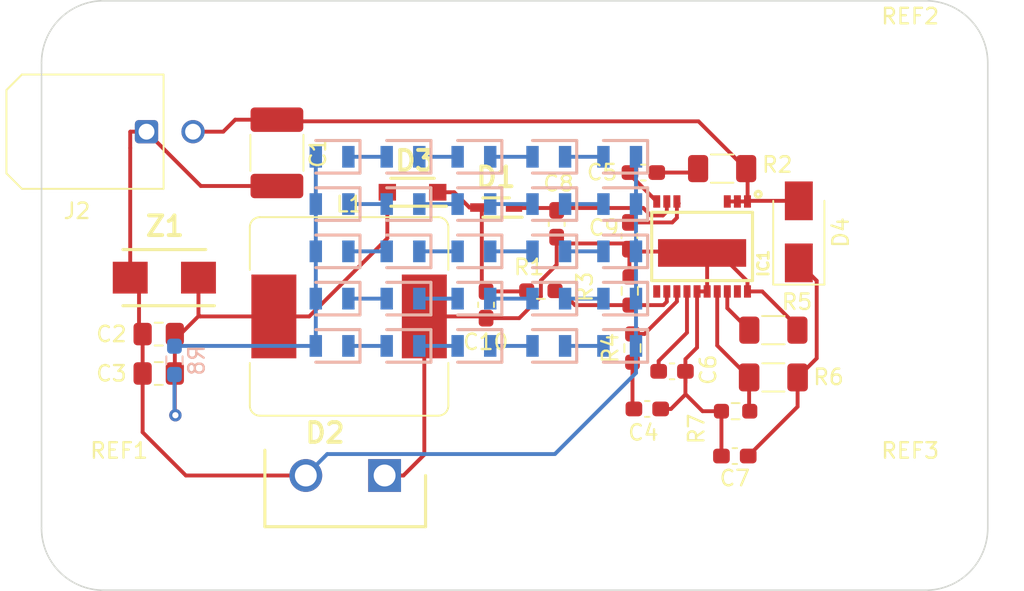
<source format=kicad_pcb>
(kicad_pcb (version 20211014) (generator pcbnew)
  (layers (0 "F.Cu" power) (31 "B.Cu" power) (34 "B.Paste" user) (35 "F.Paste" user) (36 "B.SilkS" user "B.Silkscreen") (37 "F.SilkS" user "F.Silkscreen") (38 "B.Mask" user) (39 "F.Mask" user) (44 "Edge.Cuts" user))
  (net 0 "")
  (net 3 "Net-(C4-Pad1)")
  (net 4 "+12V")
  (net 5 "Net-(C5-Pad1)")
  (net 6 "Net-(C5-Pad2)")
  (net 7 "Net-(IC1-Pad13)")
  (net 8 "Net-(C6-Pad1)")
  (net 9 "Net-(IC1-Pad18)")
  (net 10 "GND")
  (net 11 "Net-(C10-Pad1)")
  (net 12 "Net-(C9-Pad1)")
  (net 13 "HV1")
  (net 14 "HV2")
  (net 15 "HV3")
  (net 16 "ICGND")
  (net 17 "Net-(D5-Pad1)")
  (net 18 "Net-(C7-Pad1)")
  (net 19 "Net-(D6-Pad1)")
  (net 20 "Net-(D7-Pad1)")
  (net 21 "Net-(D8-Pad1)")
  (net 22 "Net-(D10-Pad1)")
  (net 23 "Net-(D11-Pad1)")
  (net 24 "Net-(D12-Pad1)")
  (net 25 "Net-(D13-Pad1)")
  (net 26 "Net-(D15-Pad1)")
  (net 27 "Net-(D16-Pad1)")
  (net 28 "Net-(D17-Pad1)")
  (net 29 "Net-(D18-Pad1)")
  (net 30 "Net-(D20-Pad1)")
  (net 31 "Net-(D21-Pad1)")
  (net 32 "Net-(D22-Pad1)")
  (net 33 "Net-(D23-Pad1)")
  (net 34 "Net-(D25-Pad1)")
  (net 35 "Net-(D26-Pad1)")
  (net 36 "Net-(D27-Pad1)")
  (net 37 "Net-(D28-Pad1)")
  (net 38 "Net-(D10-Pad2)")
  (net 39 "Net-(IC1-Pad17)")
  (footprint "Capacitor_SMD:C_0603_1608Metric_Pad1.08x0.95mm_HandSolder" (layer "F.Cu") (at 161.798 84.074 180)
    (fp_text reference "C5" (at 2.65752 0.013555 180) (layer "F.SilkS"))
    (fp_text value "10E-12")
    (fp_line (start -0.146267 -0.51) (end 0.146267 -0.51) (layer "F.SilkS") (width 0.12))
    (fp_line (start -0.146267 0.51) (end 0.146267 0.51) (layer "F.SilkS") (width 0.12))
    (pad "1" smd roundrect locked (at -0.8625 0 180) (size 1.075 0.95) (layers "F.Cu" "F.Paste" "F.Mask") (net 5 "Net-(C5-Pad1)"))
    (pad "2" smd roundrect locked (at 0.8625 0 180) (size 1.075 0.95) (layers "F.Cu" "F.Paste" "F.Mask") (net 6 "Net-(C5-Pad2)"))
  )
  (footprint "Diode_SMD:D_SMA" (layer "F.Cu") (at 171.82152 87.897555 90)
    (fp_text reference "D4" (at -0.04 2.7 90) (layer "F.SilkS"))
    (fp_text value "US1K")
    (fp_line (start -3.4 -1.65) (end 2 -1.65) (layer "F.SilkS") (width 0.12))
    (fp_line (start -3.4 -1.65) (end -3.4 1.65) (layer "F.SilkS") (width 0.12))
    (fp_line (start -3.4 1.65) (end 2 1.65) (layer "F.SilkS") (width 0.12))
    (pad "1" smd rect locked (at -2 0 90) (size 2.5 1.8) (layers "F.Cu" "F.Paste" "F.Mask") (net 18 "Net-(C7-Pad1)"))
    (pad "2" smd rect locked (at 2 0 90) (size 2.5 1.8) (layers "F.Cu" "F.Paste" "F.Mask") (net 13 "HV1"))
  )
  (footprint "Resistor_SMD:R_0603_1608Metric_Pad0.98x0.95mm_HandSolder" (layer "F.Cu") (at 155.194 91.694)
    (fp_text reference "R1" (at -0.762 -1.524) (layer "F.SilkS"))
    (fp_text value "11E3")
    (fp_line (start -0.254724 -0.5225) (end 0.254724 -0.5225) (layer "F.SilkS") (width 0.12))
    (fp_line (start -0.254724 0.5225) (end 0.254724 0.5225) (layer "F.SilkS") (width 0.12))
    (pad "1" smd roundrect locked (at -0.9125 0) (size 0.975 0.95) (layers "F.Cu" "F.Paste" "F.Mask") (net 11 "Net-(C10-Pad1)"))
    (pad "2" smd roundrect locked (at 0.9125 0) (size 0.975 0.95) (layers "F.Cu" "F.Paste" "F.Mask") (net 15 "HV3"))
  )
  (footprint "Capacitor_SMD:C_0603_1608Metric_Pad1.08x0.95mm_HandSolder" (layer "F.Cu") (at 163.64802 96.889555)
    (fp_text reference "C6" (at 2.3315 -0.102 90) (layer "F.SilkS"))
    (fp_text value "100E-9")
    (fp_line (start -0.146267 -0.51) (end 0.146267 -0.51) (layer "F.SilkS") (width 0.12))
    (fp_line (start -0.146267 0.51) (end 0.146267 0.51) (layer "F.SilkS") (width 0.12))
    (pad "1" smd roundrect locked (at -0.8625 0) (size 1.075 0.95) (layers "F.Cu" "F.Paste" "F.Mask") (net 8 "Net-(C6-Pad1)"))
    (pad "2" smd roundrect locked (at 0.8625 0) (size 1.075 0.95) (layers "F.Cu" "F.Paste" "F.Mask") (net 16 "ICGND"))
  )
  (footprint "Connector_Molex:Molex_Micro-Fit_3.0_43045-0200_2x01_P3.00mm_Horizontal" (layer "F.Cu") (at 129.768445 81.439445 90)
    (fp_text reference "J2" (at -5.11 -4.48 180) (layer "F.SilkS"))
    (fp_text value "Conn_01x02_Female")
    (fp_line (start -2.685 -9.03) (end 2.685 -9.03) (layer "F.SilkS") (width 0.12))
    (fp_line (start 3.685 1.1) (end -3.685 1.1) (layer "F.SilkS") (width 0.12))
    (fp_line (start 2.685 -9.03) (end 3.685 -8.03) (layer "F.SilkS") (width 0.12))
    (fp_line (start 3.685 -8.03) (end 3.685 1.1) (layer "F.SilkS") (width 0.12))
    (fp_line (start -3.685 -8.03) (end -2.685 -9.03) (layer "F.SilkS") (width 0.12))
    (fp_line (start -3.685 1.1) (end -3.685 -8.03) (layer "F.SilkS") (width 0.12))
    (pad "" np_thru_hole circle locked (at 0 -4.32 90) (size 3 3) (drill 3) (layers *.Cu *.Mask))
    (pad "1" thru_hole roundrect locked (at 0 0 90) (size 1.5 1.5) (drill 1.02) (layers *.Cu *.Mask) (roundrect_rratio 0.166667) (net 10 "GND"))
    (pad "2" thru_hole circle locked (at 0 3 90) (size 1.5 1.5) (drill 1.02) (layers *.Cu *.Mask) (net 13 "HV1"))
  )
  (footprint "CMDSH2-3:SOD2512X110N" (layer "F.Cu") (at 152.308445 86.329445 180)
    (fp_text reference "D1" (at 0.01 1.95) (layer "F.SilkS") (effects (font (size 1.27 1.27) (thickness 0.254))))
    (fp_text value "CMDSH2-3_TR_PBFREE" hide)
    (fp_line (start -1.675 -0.625) (end 0.85 -0.625) (layer "F.SilkS") (width 0.2))
    (fp_line (start -0.85 0.625) (end 0.85 0.625) (layer "F.SilkS") (width 0.2))
    (pad "1" smd rect locked (at -1.15 0 270) (size 0.55 1.05) (layers "F.Cu" "F.Paste" "F.Mask") (net 14 "HV2"))
    (pad "2" smd rect locked (at 1.15 0 270) (size 0.55 1.05) (layers "F.Cu" "F.Paste" "F.Mask") (net 11 "Net-(C10-Pad1)"))
  )
  (footprint "Resistor_SMD:R_1206_3216Metric_Pad1.30x1.75mm_HandSolder" (layer "F.Cu") (at 170.18 94.234)
    (fp_text reference "R5" (at 1.524 -1.82) (layer "F.SilkS"))
    (fp_text value "330E-3")
    (fp_line (start -0.727064 0.91) (end 0.727064 0.91) (layer "F.SilkS") (width 0.12))
    (fp_line (start -0.727064 -0.91) (end 0.727064 -0.91) (layer "F.SilkS") (width 0.12))
    (pad "1" smd roundrect locked (at -1.55 0) (size 1.3 1.75) (layers "F.Cu" "F.Paste" "F.Mask") (roundrect_rratio 0.192308) (net 9 "Net-(IC1-Pad18)"))
    (pad "2" smd roundrect locked (at 1.55 0) (size 1.3 1.75) (layers "F.Cu" "F.Paste" "F.Mask") (roundrect_rratio 0.192308) (net 16 "ICGND"))
  )
  (footprint "Capacitor_SMD:C_1812_4532Metric_Pad1.57x3.40mm_HandSolder" (layer "F.Cu") (at 138.176 82.804 -90)
    (fp_text reference "C1" (at 0 -2.65 -90) (layer "F.SilkS"))
    (fp_text value "10E-8")
    (fp_line (start -1.161252 -1.71) (end 1.161252 -1.71) (layer "F.SilkS") (width 0.12))
    (fp_line (start -1.161252 1.71) (end 1.161252 1.71) (layer "F.SilkS") (width 0.12))
    (pad "1" smd roundrect locked (at -2.1375 0 270) (size 1.575 3.4) (layers "F.Cu" "F.Paste" "F.Mask") (roundrect_rratio 0.15873) (net 13 "HV1"))
    (pad "2" smd roundrect locked (at 2.1375 0 270) (size 1.575 3.4) (layers "F.Cu" "F.Paste" "F.Mask") (roundrect_rratio 0.15873) (net 10 "GND"))
  )
  (footprint "MountingHole:MountingHole_3mm" (layer "F.Cu") (at 128 106)
    (fp_text reference "REF1" (at 0 -4) (layer "F.SilkS"))
    (fp_text value "MountingHole_3mm")
    (pad "" np_thru_hole circle locked (at 0 0) (size 3 3) (drill 3) (layers *.Cu *.Mask))
  )
  (footprint "Resistor_SMD:R_0603_1608Metric_Pad0.98x0.95mm_HandSolder" (layer "F.Cu") (at 161.09802 95.389555 90)
    (fp_text reference "R4" (at 0 -1.43 90) (layer "F.SilkS"))
    (fp_text value "22.1E3")
    (fp_line (start -0.254724 -0.5225) (end 0.254724 -0.5225) (layer "F.SilkS") (width 0.12))
    (fp_line (start -0.254724 0.5225) (end 0.254724 0.5225) (layer "F.SilkS") (width 0.12))
    (pad "1" smd roundrect locked (at -0.9125 0 90) (size 0.975 0.95) (layers "F.Cu" "F.Paste" "F.Mask") (net 3 "Net-(C4-Pad1)"))
    (pad "2" smd roundrect locked (at 0.9125 0 90) (size 0.975 0.95) (layers "F.Cu" "F.Paste" "F.Mask") (net 7 "Net-(IC1-Pad13)"))
  )
  (footprint "LT8315:FE-20-LEAD-PLASTIC-TSSOP" (layer "F.Cu") (at 165.586075 88.838 180)
    (fp_text reference "IC1" (at -3.949445 -1.091555 90) (layer "F.SilkS") (effects (font (size 0.7 0.7) (thickness 0.175))))
    (fp_text value "LT8315" hide)
    (fp_line (start 3.25 -2.2) (end 3.25 2.2) (layer "F.SilkS") (width 0.2))
    (fp_line (start 3.25 2.2) (end -3.25 2.2) (layer "F.SilkS") (width 0.2))
    (fp_line (start -3.25 2.2) (end -3.25 -2.2) (layer "F.SilkS") (width 0.2))
    (fp_line (start -3.25 -2.2) (end 3.25 -2.2) (layer "F.SilkS") (width 0.2))
    (fp_circle (center -3.616 3.364) (end -3.616 3.45689) (layer "F.SilkS") (width 0.2) (fill none))
    (pad "1" smd rect (at -2.925 2.9 180) (size 0.45 0.8) (layers "F.Cu" "F.Paste" "F.Mask") (net 13 "HV1"))
    (pad "2" smd rect (at -2.275 2.9 180) (size 0.45 0.8) (layers "F.Cu" "F.Paste" "F.Mask") (net 13 "HV1"))
    (pad "3" smd rect (at -1.625 2.9 180) (size 0.45 0.8) (layers "F.Cu" "F.Paste" "F.Mask") (net 13 "HV1"))
    (pad "8" smd rect (at 1.625 2.9 180) (size 0.45 0.8) (layers "F.Cu" "F.Paste" "F.Mask") (net 12 "Net-(C9-Pad1)"))
    (pad "9" smd rect (at 2.275 2.9 180) (size 0.45 0.8) (layers "F.Cu" "F.Paste" "F.Mask") (net 14 "HV2"))
    (pad "10" smd rect (at 2.925 2.9 180) (size 0.45 0.8) (layers "F.Cu" "F.Paste" "F.Mask") (net 6 "Net-(C5-Pad2)"))
    (pad "11" smd rect (at 2.925 -2.9 180) (size 0.45 0.8) (layers "F.Cu" "F.Paste" "F.Mask"))
    (pad "12" smd rect (at 2.275 -2.9 180) (size 0.45 0.8) (layers "F.Cu" "F.Paste" "F.Mask") (net 15 "HV3"))
    (pad "13" smd rect (at 1.625 -2.9 180) (size 0.45 0.8) (layers "F.Cu" "F.Paste" "F.Mask") (net 7 "Net-(IC1-Pad13)"))
    (pad "14" smd rect (at 0.975 -2.9 180) (size 0.45 0.8) (layers "F.Cu" "F.Paste" "F.Mask") (net 8 "Net-(C6-Pad1)"))
    (pad "15" smd rect (at 0.325 -2.9 180) (size 0.45 0.8) (layers "F.Cu" "F.Paste" "F.Mask") (net 16 "ICGND"))
    (pad "16" smd rect (at -0.325 -2.9 180) (size 0.45 0.8) (layers "F.Cu" "F.Paste" "F.Mask") (net 16 "ICGND"))
    (pad "17" smd rect (at -0.975 -2.9 180) (size 0.45 0.8) (layers "F.Cu" "F.Paste" "F.Mask") (net 39 "Net-(IC1-Pad17)"))
    (pad "18" smd rect (at -1.625 -2.9 180) (size 0.45 0.8) (layers "F.Cu" "F.Paste" "F.Mask") (net 9 "Net-(IC1-Pad18)"))
    (pad "19" smd rect (at -2.275 -2.9 180) (size 0.45 0.8) (layers "F.Cu" "F.Paste" "F.Mask"))
    (pad "20" smd rect (at -2.925 -2.9 180) (size 0.45 0.8) (layers "F.Cu" "F.Paste" "F.Mask") (net 16 "ICGND"))
    (pad "21" smd rect (at 0 -0.42 270) (size 1.78 5.68) (layers "F.Cu" "F.Paste" "F.Mask") (net 16 "ICGND"))
  )
  (footprint "Inductor_SMD:L_Bourns_SRR1260" (layer "F.Cu") (at 142.828445 93.349445)
    (fp_text reference "L1" (at 0.03215 -7.2296) (layer "F.SilkS"))
    (fp_text value "1E-3")
    (fp_line (start 5.75 6.4) (end -5.75 6.4) (layer "F.SilkS") (width 0.12))
    (fp_line (start 6.4 3) (end 6.4 5.75) (layer "F.SilkS") (width 0.12))
    (fp_line (start 6.4 -5.75) (end 6.4 -3) (layer "F.SilkS") (width 0.12))
    (fp_line (start -6.4 3) (end -6.4 5.75) (layer "F.SilkS") (width 0.12))
    (fp_line (start -6.4 -5.75) (end -6.4 -3) (layer "F.SilkS") (width 0.12))
    (fp_line (start -5.75 -6.4) (end 5.75 -6.4) (layer "F.SilkS") (width 0.12))
    (fp_arc (start 5.75 -6.4) (mid 6.209619 -6.209619) (end 6.4 -5.75) (layer "F.SilkS") (width 0.12))
    (fp_arc (start 6.4 5.75) (mid 6.209619 6.209619) (end 5.75 6.4) (layer "F.SilkS") (width 0.12))
    (fp_arc (start -5.75 6.4) (mid -6.209619 6.209619) (end -6.4 5.75) (layer "F.SilkS") (width 0.12))
    (fp_arc (start -6.4 -5.75) (mid -6.209619 -6.209619) (end -5.75 -6.4) (layer "F.SilkS") (width 0.12))
    (pad "1" smd rect locked (at -4.85 0) (size 2.9 5.4) (layers "F.Cu" "F.Paste" "F.Mask") (net 4 "+12V"))
    (pad "2" smd rect locked (at 4.85 0) (size 2.9 5.4) (layers "F.Cu" "F.Paste" "F.Mask") (net 16 "ICGND"))
  )
  (footprint "MountingHole:MountingHole_3mm" (layer "F.Cu") (at 179 106)
    (fp_text reference "REF3" (at 0 -4) (layer "F.SilkS"))
    (fp_text value "MountingHole_3mm")
    (pad "" np_thru_hole circle locked (at 0 0) (size 3 3) (drill 3) (layers *.Cu *.Mask))
  )
  (footprint "Capacitor_SMD:C_0603_1608Metric_Pad1.08x0.95mm_HandSolder" (layer "F.Cu") (at 160.89952 88.151555 -90)
    (fp_text reference "C9" (at -0.521555 1.64152 180) (layer "F.SilkS"))
    (fp_text value "10E-6")
    (fp_line (start -0.146267 0.51) (end 0.146267 0.51) (layer "F.SilkS") (width 0.12))
    (fp_line (start -0.146267 -0.51) (end 0.146267 -0.51) (layer "F.SilkS") (width 0.12))
    (pad "1" smd roundrect locked (at -0.8625 0 270) (size 1.075 0.95) (layers "F.Cu" "F.Paste" "F.Mask") (net 12 "Net-(C9-Pad1)"))
    (pad "2" smd roundrect locked (at 0.8625 0 270) (size 1.075 0.95) (layers "F.Cu" "F.Paste" "F.Mask") (net 16 "ICGND"))
  )
  (footprint "CMMR1U-08:SODFL3818X108N" (layer "F.Cu") (at 146.918445 85.344 180)
    (fp_text reference "D3" (at -0.147555 2.032) (layer "F.SilkS") (effects (font (size 1.27 1.27) (thickness 0.254))))
    (fp_text value "CMMR1U-08_TR_PBFREE" hide)
    (fp_line (start -1.4 0.9) (end 1.4 0.9) (layer "F.SilkS") (width 0.2))
    (fp_line (start -2.185 -0.9) (end 1.4 -0.9) (layer "F.SilkS") (width 0.2))
    (pad "1" smd rect locked (at -1.625 0 270) (size 1.08 1.12) (layers "F.Cu" "F.Paste" "F.Mask") (net 11 "Net-(C10-Pad1)"))
    (pad "2" smd rect locked (at 1.625 0 270) (size 1.08 1.12) (layers "F.Cu" "F.Paste" "F.Mask") (net 4 "+12V"))
  )
  (footprint "MountingHole:MountingHole_3mm" (layer "F.Cu") (at 179 78)
    (fp_text reference "REF2" (at 0 -4) (layer "F.SilkS"))
    (fp_text value "MountingHole_3mm")
    (pad "" np_thru_hole circle locked (at 0 0) (size 3 3) (drill 3) (layers *.Cu *.Mask))
  )
  (footprint "Capacitor_SMD:C_0603_1608Metric_Pad1.08x0.95mm_HandSolder" (layer "F.Cu") (at 162.052 99.314)
    (fp_text reference "C4" (at -0.254 1.524) (layer "F.SilkS"))
    (fp_text value "330E-9")
    (fp_line (start -0.146267 0.51) (end 0.146267 0.51) (layer "F.SilkS") (width 0.12))
    (fp_line (start -0.146267 -0.51) (end 0.146267 -0.51) (layer "F.SilkS") (width 0.12))
    (pad "1" smd roundrect locked (at -0.8625 0) (size 1.075 0.95) (layers "F.Cu" "F.Paste" "F.Mask") (net 3 "Net-(C4-Pad1)"))
    (pad "2" smd roundrect locked (at 0.8625 0) (size 1.075 0.95) (layers "F.Cu" "F.Paste" "F.Mask") (net 16 "ICGND"))
  )
  (footprint "Capacitor_SMD:C_0805_2012Metric_Pad1.18x1.45mm_HandSolder" (layer "F.Cu") (at 130.556 97.028 180)
    (fp_text reference "C3" (at 3.048 0 180) (layer "F.SilkS"))
    (fp_text value "22uF")
    (fp_line (start -0.261252 0.735) (end 0.261252 0.735) (layer "F.SilkS") (width 0.12))
    (fp_line (start -0.261252 -0.735) (end 0.261252 -0.735) (layer "F.SilkS") (width 0.12))
    (pad "1" smd roundrect locked (at -1.0375 0 180) (size 1.175 1.45) (layers "F.Cu" "F.Paste" "F.Mask") (roundrect_rratio 0.212766) (net 4 "+12V"))
    (pad "2" smd roundrect locked (at 1.0375 0 180) (size 1.175 1.45) (layers "F.Cu" "F.Paste" "F.Mask") (roundrect_rratio 0.212766) (net 10 "GND"))
  )
  (footprint "SMBJ5350B-TP:DIOM5336X261N" (layer "F.Cu") (at 130.918445 90.849445 180)
    (fp_text reference "Z1" (at -0.04 3.32) (layer "F.SilkS") (effects (font (size 1.27 1.27) (thickness 0.254))))
    (fp_text value "SMBJ5350B-TP" hide)
    (fp_line (start -2.668 1.81) (end 2.668 1.81) (layer "F.SilkS") (width 0.2))
    (fp_line (start 2.668 -1.81) (end -3.225 -1.81) (layer "F.SilkS") (width 0.2))
    (pad "1" smd rect (at -2.2 0 270) (size 2.05 2.25) (layers "F.Cu" "F.Paste" "F.Mask") (net 4 "+12V"))
    (pad "2" smd rect (at 2.2 0 270) (size 2.05 2.25) (layers "F.Cu" "F.Paste" "F.Mask") (net 10 "GND"))
  )
  (footprint "Capacitor_SMD:C_0603_1608Metric_Pad1.08x0.95mm_HandSolder" (layer "F.Cu") (at 151.658445 92.599445 -90)
    (fp_text reference "C10" (at 2.396555 0.020445 180) (layer "F.SilkS"))
    (fp_text value "10E-9")
    (fp_line (start -0.146267 -0.51) (end 0.146267 -0.51) (layer "F.SilkS") (width 0.12))
    (fp_line (start -0.146267 0.51) (end 0.146267 0.51) (layer "F.SilkS") (width 0.12))
    (pad "1" smd roundrect locked (at -0.8625 0 270) (size 1.075 0.95) (layers "F.Cu" "F.Paste" "F.Mask") (net 11 "Net-(C10-Pad1)"))
    (pad "2" smd roundrect locked (at 0.8625 0 270) (size 1.075 0.95) (layers "F.Cu" "F.Paste" "F.Mask") (net 16 "ICGND"))
  )
  (footprint "Resistor_SMD:R_1206_3216Metric_Pad1.30x1.75mm_HandSolder" (layer "F.Cu") (at 166.878 83.82 180)
    (fp_text reference "R2" (at -3.556 0.254 180) (layer "F.SilkS"))
    (fp_text value "10E3")
    (fp_line (start -0.727064 0.91) (end 0.727064 0.91) (layer "F.SilkS") (width 0.12))
    (fp_line (start -0.727064 -0.91) (end 0.727064 -0.91) (layer "F.SilkS") (width 0.12))
    (pad "1" smd roundrect locked (at -1.55 0 180) (size 1.3 1.75) (layers "F.Cu" "F.Paste" "F.Mask") (roundrect_rratio 0.192308) (net 13 "HV1"))
    (pad "2" smd roundrect locked (at 1.55 0 180) (size 1.3 1.75) (layers "F.Cu" "F.Paste" "F.Mask") (roundrect_rratio 0.192308) (net 5 "Net-(C5-Pad1)"))
  )
  (footprint "Capacitor_SMD:C_0603_1608Metric_Pad1.08x0.95mm_HandSolder" (layer "F.Cu") (at 156.21 87.376 -90)
    (fp_text reference "C8" (at -2.6 -0.12) (layer "F.SilkS"))
    (fp_text value "10E-6")
    (fp_line (start -0.146267 -0.51) (end 0.146267 -0.51) (layer "F.SilkS") (width 0.12))
    (fp_line (start -0.146267 0.51) (end 0.146267 0.51) (layer "F.SilkS") (width 0.12))
    (pad "1" smd roundrect locked (at -0.8625 0 270) (size 1.075 0.95) (layers "F.Cu" "F.Paste" "F.Mask") (net 14 "HV2"))
    (pad "2" smd roundrect locked (at 0.8625 0 270) (size 1.075 0.95) (layers "F.Cu" "F.Paste" "F.Mask") (net 16 "ICGND"))
  )
  (footprint "Capacitor_SMD:C_0603_1608Metric_Pad1.08x0.95mm_HandSolder" (layer "F.Cu") (at 167.69552 102.349555 180)
    (fp_text reference "C7" (at 0 -1.43) (layer "F.SilkS"))
    (fp_text value "10E-9")
    (fp_line (start -0.146267 -0.51) (end 0.146267 -0.51) (layer "F.SilkS") (width 0.12))
    (fp_line (start -0.146267 0.51) (end 0.146267 0.51) (layer "F.SilkS") (width 0.12))
    (pad "1" smd roundrect locked (at -0.8625 0 180) (size 1.075 0.95) (layers "F.Cu" "F.Paste" "F.Mask") (net 18 "Net-(C7-Pad1)"))
    (pad "2" smd roundrect locked (at 0.8625 0 180) (size 1.075 0.95) (layers "F.Cu" "F.Paste" "F.Mask") (net 16 "ICGND"))
  )
  (footprint "C3D02060F:TO508P493X1003X2057-2P" (layer "F.Cu") (at 145.118445 103.604445 180)
    (fp_text reference "D2" (at 3.84 2.745) (layer "F.SilkS") (effects (font (size 1.27 1.27) (thickness 0.254))))
    (fp_text value "C3D02060F" hide)
    (fp_line (start -2.64 -3.3) (end -2.64 0) (layer "F.SilkS") (width 0.2))
    (fp_line (start 7.72 1.63) (end 7.72 -3.3) (layer "F.SilkS") (width 0.2))
    (fp_line (start 7.72 -3.3) (end -2.64 -3.3) (layer "F.SilkS") (width 0.2))
    (pad "1" thru_hole rect (at 0 0 180) (size 2.115 2.115) (drill 1.41) (layers *.Cu *.Mask) (net 16 "ICGND"))
    (pad "2" thru_hole circle (at 5.08 0 180) (size 2.115 2.115) (drill 1.41) (layers *.Cu *.Mask) (net 10 "GND"))
  )
  (footprint "Capacitor_SMD:C_1206_3216Metric_Pad1.33x1.80mm_HandSolder" (layer "F.Cu") (at 170.18 97.282)
    (fp_text reference "R6" (at 3.556 -0.025555) (layer "F.SilkS"))
    (fp_text value "1.87E6")
    (fp_line (start -0.711252 0.91) (end 0.711252 0.91) (layer "F.SilkS") (width 0.12))
    (fp_line (start -0.711252 -0.91) (end 0.711252 -0.91) (layer "F.SilkS") (width 0.12))
    (pad "1" smd roundrect locked (at -1.5625 0) (size 1.325 1.8) (layers "F.Cu" "F.Paste" "F.Mask") (roundrect_rratio 0.188679) (net 39 "Net-(IC1-Pad17)"))
    (pad "2" smd roundrect locked (at 1.5625 0) (size 1.325 1.8) (layers "F.Cu" "F.Paste" "F.Mask") (roundrect_rratio 0.188679) (net 18 "Net-(C7-Pad1)"))
  )
  (footprint "Resistor_SMD:R_0603_1608Metric_Pad0.98x0.95mm_HandSolder" (layer "F.Cu") (at 160.92552 91.707555 -90)
    (fp_text reference "R3" (at -0.26 2.91 90) (layer "F.SilkS"))
    (fp_text value "1.24E3")
    (fp_line (start -0.254724 0.5225) (end 0.254724 0.5225) (layer "F.SilkS") (width 0.12))
    (fp_line (start -0.254724 -0.5225) (end 0.254724 -0.5225) (layer "F.SilkS") (width 0.12))
    (pad "1" smd roundrect locked (at -0.9125 0 270) (size 0.975 0.95) (layers "F.Cu" "F.Paste" "F.Mask") (net 16 "ICGND"))
    (pad "2" smd roundrect locked (at 0.9125 0 270) (size 0.975 0.95) (layers "F.Cu" "F.Paste" "F.Mask") (net 15 "HV3"))
  )
  (footprint "Capacitor_SMD:C_0805_2012Metric_Pad1.18x1.45mm_HandSolder" (layer "F.Cu") (at 130.556 94.488 180)
    (fp_text reference "C2" (at 3.048 0 180) (layer "F.SilkS"))
    (fp_text value "22uF")
    (fp_line (start -0.261252 0.735) (end 0.261252 0.735) (layer "F.SilkS") (width 0.12))
    (fp_line (start -0.261252 -0.735) (end 0.261252 -0.735) (layer "F.SilkS") (width 0.12))
    (pad "1" smd roundrect locked (at -1.0375 0 180) (size 1.175 1.45) (layers "F.Cu" "F.Paste" "F.Mask") (roundrect_rratio 0.212766) (net 4 "+12V"))
    (pad "2" smd roundrect locked (at 1.0375 0 180) (size 1.175 1.45) (layers "F.Cu" "F.Paste" "F.Mask") (roundrect_rratio 0.212766) (net 10 "GND"))
  )
  (footprint "Resistor_SMD:R_0603_1608Metric_Pad0.98x0.95mm_HandSolder" (layer "F.Cu") (at 167.74552 99.459555)
    (fp_text reference "R7" (at -2.528 1.138 90) (layer "F.SilkS"))
    (fp_text value "44.2E3")
    (fp_line (start -0.254724 0.5225) (end 0.254724 0.5225) (layer "F.SilkS") (width 0.12))
    (fp_line (start -0.254724 -0.5225) (end 0.254724 -0.5225) (layer "F.SilkS") (width 0.12))
    (pad "1" smd roundrect locked (at -0.9125 0) (size 0.975 0.95) (layers "F.Cu" "F.Paste" "F.Mask") (net 16 "ICGND"))
    (pad "2" smd roundrect locked (at 0.9125 0) (size 0.975 0.95) (layers "F.Cu" "F.Paste" "F.Mask") (net 39 "Net-(IC1-Pad17)"))
  )
  (footprint "AIL_MAIN_FOOT:LEDC2012X100N" (layer "B.Cu") (at 160.274 95.25 180)
    (fp_text reference "D9" hide)
    (fp_text value "LED" hide)
    (fp_line (start -1.8 -1.05) (end 1.05 -1.05) (layer "B.SilkS") (width 0.2))
    (fp_line (start 1.05 1.05) (end -1.8 1.05) (layer "B.SilkS") (width 0.2))
    (fp_line (start -1.8 1.05) (end -1.8 -1.05) (layer "B.SilkS") (width 0.2))
    (pad "1" smd rect locked (at -1.05 0 180) (size 0.8 1.4) (layers "B.Cu" "B.Paste" "B.Mask") (net 10 "GND"))
    (pad "2" smd rect locked (at 1.05 0 180) (size 0.8 1.4) (layers "B.Cu" "B.Paste" "B.Mask") (net 21 "Net-(D8-Pad1)"))
  )
  (footprint "AIL_MAIN_FOOT:LEDC2012X100N" (layer "B.Cu") (at 155.702 92.202 180)
    (fp_text reference "D13" hide)
    (fp_text value "LED" hide)
    (fp_line (start -1.8 1.05) (end -1.8 -1.05) (layer "B.SilkS") (width 0.2))
    (fp_line (start -1.8 -1.05) (end 1.05 -1.05) (layer "B.SilkS") (width 0.2))
    (fp_line (start 1.05 1.05) (end -1.8 1.05) (layer "B.SilkS") (width 0.2))
    (pad "1" smd rect locked (at -1.05 0 180) (size 0.8 1.4) (layers "B.Cu" "B.Paste" "B.Mask") (net 25 "Net-(D13-Pad1)"))
    (pad "2" smd rect locked (at 1.05 0 180) (size 0.8 1.4) (layers "B.Cu" "B.Paste" "B.Mask") (net 24 "Net-(D12-Pad1)"))
  )
  (footprint "AIL_MAIN_FOOT:LEDC2012X100N" (layer "B.Cu") (at 160.274 83.058 180)
    (fp_text reference "D29" hide)
    (fp_text value "LED" hide)
    (fp_line (start 1.05 1.05) (end -1.8 1.05) (layer "B.SilkS") (width 0.2))
    (fp_line (start -1.8 -1.05) (end 1.05 -1.05) (layer "B.SilkS") (width 0.2))
    (fp_line (start -1.8 1.05) (end -1.8 -1.05) (layer "B.SilkS") (width 0.2))
    (pad "1" smd rect locked (at -1.05 0 180) (size 0.8 1.4) (layers "B.Cu" "B.Paste" "B.Mask") (net 10 "GND"))
    (pad "2" smd rect locked (at 1.05 0 180) (size 0.8 1.4) (layers "B.Cu" "B.Paste" "B.Mask") (net 37 "Net-(D28-Pad1)"))
  )
  (footprint "AIL_MAIN_FOOT:LEDC2012X100N" (layer "B.Cu") (at 150.876 95.25 180)
    (fp_text reference "D7" hide)
    (fp_text value "LED" hide)
    (fp_line (start 1.05 1.05) (end -1.8 1.05) (layer "B.SilkS") (width 0.2))
    (fp_line (start -1.8 1.05) (end -1.8 -1.05) (layer "B.SilkS") (width 0.2))
    (fp_line (start -1.8 -1.05) (end 1.05 -1.05) (layer "B.SilkS") (width 0.2))
    (pad "1" smd rect locked (at -1.05 0 180) (size 0.8 1.4) (layers "B.Cu" "B.Paste" "B.Mask") (net 20 "Net-(D7-Pad1)"))
    (pad "2" smd rect locked (at 1.05 0 180) (size 0.8 1.4) (layers "B.Cu" "B.Paste" "B.Mask") (net 19 "Net-(D6-Pad1)"))
  )
  (footprint "AIL_MAIN_FOOT:LEDC2012X100N" (layer "B.Cu") (at 146.304 86.106 180)
    (fp_text reference "D21" hide)
    (fp_text value "LED" hide)
    (fp_line (start -1.8 -1.05) (end 1.05 -1.05) (layer "B.SilkS") (width 0.2))
    (fp_line (start -1.8 1.05) (end -1.8 -1.05) (layer "B.SilkS") (width 0.2))
    (fp_line (start 1.05 1.05) (end -1.8 1.05) (layer "B.SilkS") (width 0.2))
    (pad "1" smd rect locked (at -1.05 0 180) (size 0.8 1.4) (layers "B.Cu" "B.Paste" "B.Mask") (net 31 "Net-(D21-Pad1)"))
    (pad "2" smd rect locked (at 1.05 0 180) (size 0.8 1.4) (layers "B.Cu" "B.Paste" "B.Mask") (net 30 "Net-(D20-Pad1)"))
  )
  (footprint "AIL_MAIN_FOOT:LEDC2012X100N" (layer "B.Cu") (at 141.732 83.058 180)
    (fp_text reference "D25" hide)
    (fp_text value "LED" hide)
    (fp_line (start -1.8 1.05) (end -1.8 -1.05) (layer "B.SilkS") (width 0.2))
    (fp_line (start 1.05 1.05) (end -1.8 1.05) (layer "B.SilkS") (width 0.2))
    (fp_line (start -1.8 -1.05) (end 1.05 -1.05) (layer "B.SilkS") (width 0.2))
    (pad "1" smd rect locked (at -1.05 0 180) (size 0.8 1.4) (layers "B.Cu" "B.Paste" "B.Mask") (net 34 "Net-(D25-Pad1)"))
    (pad "2" smd rect locked (at 1.05 0 180) (size 0.8 1.4) (layers "B.Cu" "B.Paste" "B.Mask") (net 38 "Net-(D10-Pad2)"))
  )
  (footprint "AIL_MAIN_FOOT:LEDC2012X100N" (layer "B.Cu") (at 150.876 89.154 180)
    (fp_text reference "D17" hide)
    (fp_text value "LED" hide)
    (fp_line (start -1.8 -1.05) (end 1.05 -1.05) (layer "B.SilkS") (width 0.2))
    (fp_line (start 1.05 1.05) (end -1.8 1.05) (layer "B.SilkS") (width 0.2))
    (fp_line (start -1.8 1.05) (end -1.8 -1.05) (layer "B.SilkS") (width 0.2))
    (pad "1" smd rect locked (at -1.05 0 180) (size 0.8 1.4) (layers "B.Cu" "B.Paste" "B.Mask") (net 28 "Net-(D17-Pad1)"))
    (pad "2" smd rect locked (at 1.05 0 180) (size 0.8 1.4) (layers "B.Cu" "B.Paste" "B.Mask") (net 27 "Net-(D16-Pad1)"))
  )
  (footprint "AIL_MAIN_FOOT:LEDC2012X100N" (layer "B.Cu") (at 150.876 92.202 180)
    (fp_text reference "D12" hide)
    (fp_text value "LED" hide)
    (fp_line (start 1.05 1.05) (end -1.8 1.05) (layer "B.SilkS") (width 0.2))
    (fp_line (start -1.8 -1.05) (end 1.05 -1.05) (layer "B.SilkS") (width 0.2))
    (fp_line (start -1.8 1.05) (end -1.8 -1.05) (layer "B.SilkS") (width 0.2))
    (pad "1" smd rect locked (at -1.05 0 180) (size 0.8 1.4) (layers "B.Cu" "B.Paste" "B.Mask") (net 24 "Net-(D12-Pad1)"))
    (pad "2" smd rect locked (at 1.05 0 180) (size 0.8 1.4) (layers "B.Cu" "B.Paste" "B.Mask") (net 23 "Net-(D11-Pad1)"))
  )
  (footprint "AIL_MAIN_FOOT:LEDC2012X100N" (layer "B.Cu") (at 141.732 92.202 180)
    (fp_text reference "D10" hide)
    (fp_text value "LED" hide)
    (fp_line (start 1.05 1.05) (end -1.8 1.05) (layer "B.SilkS") (width 0.2))
    (fp_line (start -1.8 1.05) (end -1.8 -1.05) (layer "B.SilkS") (width 0.2))
    (fp_line (start -1.8 -1.05) (end 1.05 -1.05) (layer "B.SilkS") (width 0.2))
    (pad "1" smd rect locked (at -1.05 0 180) (size 0.8 1.4) (layers "B.Cu" "B.Paste" "B.Mask") (net 22 "Net-(D10-Pad1)"))
    (pad "2" smd rect locked (at 1.05 0 180) (size 0.8 1.4) (layers "B.Cu" "B.Paste" "B.Mask") (net 38 "Net-(D10-Pad2)"))
  )
  (footprint "AIL_MAIN_FOOT:LEDC2012X100N" (layer "B.Cu") (at 146.304 83.058 180)
    (fp_text reference "D26" hide)
    (fp_text value "LED" hide)
    (fp_line (start -1.8 -1.05) (end 1.05 -1.05) (layer "B.SilkS") (width 0.2))
    (fp_line (start 1.05 1.05) (end -1.8 1.05) (layer "B.SilkS") (width 0.2))
    (fp_line (start -1.8 1.05) (end -1.8 -1.05) (layer "B.SilkS") (width 0.2))
    (pad "1" smd rect locked (at -1.05 0 180) (size 0.8 1.4) (layers "B.Cu" "B.Paste" "B.Mask") (net 35 "Net-(D26-Pad1)"))
    (pad "2" smd rect locked (at 1.05 0 180) (size 0.8 1.4) (layers "B.Cu" "B.Paste" "B.Mask") (net 34 "Net-(D25-Pad1)"))
  )
  (footprint "AIL_MAIN_FOOT:LEDC2012X100N" (layer "B.Cu") (at 146.304 95.25 180)
    (fp_text reference "D6" hide)
    (fp_text value "LED" hide)
    (fp_line (start -1.8 1.05) (end -1.8 -1.05) (layer "B.SilkS") (width 0.2))
    (fp_line (start 1.05 1.05) (end -1.8 1.05) (layer "B.SilkS") (width 0.2))
    (fp_line (start -1.8 -1.05) (end 1.05 -1.05) (layer "B.SilkS") (width 0.2))
    (pad "1" smd rect locked (at -1.05 0 180) (size 0.8 1.4) (layers "B.Cu" "B.Paste" "B.Mask") (net 19 "Net-(D6-Pad1)"))
    (pad "2" smd rect locked (at 1.05 0 180) (size 0.8 1.4) (layers "B.Cu" "B.Paste" "B.Mask") (net 17 "Net-(D5-Pad1)"))
  )
  (footprint "AIL_MAIN_FOOT:LEDC2012X100N" (layer "B.Cu") (at 141.732 95.25 180)
    (fp_text reference "D5" hide)
    (fp_text value "LED" hide)
    (fp_line (start -1.8 -1.05) (end 1.05 -1.05) (layer "B.SilkS") (width 0.2))
    (fp_line (start 1.05 1.05) (end -1.8 1.05) (layer "B.SilkS") (width 0.2))
    (fp_line (start -1.8 1.05) (end -1.8 -1.05) (layer "B.SilkS") (width 0.2))
    (pad "1" smd rect locked (at -1.05 0 180) (size 0.8 1.4) (layers "B.Cu" "B.Paste" "B.Mask") (net 17 "Net-(D5-Pad1)"))
    (pad "2" smd rect locked (at 1.05 0 180) (size 0.8 1.4) (layers "B.Cu" "B.Paste" "B.Mask") (net 38 "Net-(D10-Pad2)"))
  )
  (footprint "AIL_MAIN_FOOT:LEDC2012X100N" (layer "B.Cu") (at 150.876 83.058 180)
    (fp_text reference "D27" hide)
    (fp_text value "LED" hide)
    (fp_line (start 1.05 1.05) (end -1.8 1.05) (layer "B.SilkS") (width 0.2))
    (fp_line (start -1.8 -1.05) (end 1.05 -1.05) (layer "B.SilkS") (width 0.2))
    (fp_line (start -1.8 1.05) (end -1.8 -1.05) (layer "B.SilkS") (width 0.2))
    (pad "1" smd rect locked (at -1.05 0 180) (size 0.8 1.4) (layers "B.Cu" "B.Paste" "B.Mask") (net 36 "Net-(D27-Pad1)"))
    (pad "2" smd rect locked (at 1.05 0 180) (size 0.8 1.4) (layers "B.Cu" "B.Paste" "B.Mask") (net 35 "Net-(D26-Pad1)"))
  )
  (footprint "AIL_MAIN_FOOT:LEDC2012X100N" (layer "B.Cu") (at 141.732 86.106 180)
    (fp_text reference "D20" hide)
    (fp_text value "LED" hide)
    (fp_line (start 1.05 1.05) (end -1.8 1.05) (layer "B.SilkS") (width 0.2))
    (fp_line (start -1.8 -1.05) (end 1.05 -1.05) (layer "B.SilkS") (width 0.2))
    (fp_line (start -1.8 1.05) (end -1.8 -1.05) (layer "B.SilkS") (width 0.2))
    (pad "1" smd rect locked (at -1.05 0 180) (size 0.8 1.4) (layers "B.Cu" "B.Paste" "B.Mask") (net 30 "Net-(D20-Pad1)"))
    (pad "2" smd rect locked (at 1.05 0 180) (size 0.8 1.4) (layers "B.Cu" "B.Paste" "B.Mask") (net 38 "Net-(D10-Pad2)"))
  )
  (footprint "Resistor_SMD:R_0603_1608Metric_Pad0.98x0.95mm_HandSolder" (layer "B.Cu") (at 131.57 96.18 90)
    (fp_text reference "R8" (at 0 1.43 90) (layer "B.SilkS") (effects (justify mirror)))
    (fp_text value "20")
    (fp_line (start -0.254724 0.5225) (end 0.254724 0.5225) (layer "B.SilkS") (width 0.12))
    (fp_line (start -0.254724 -0.5225) (end 0.254724 -0.5225) (layer "B.SilkS") (width 0.12))
    (pad "1" smd roundrect locked (at -0.9125 0 90) (size 0.975 0.95) (layers "B.Cu" "B.Paste" "B.Mask") (net 4 "+12V"))
    (pad "2" smd roundrect locked (at 0.9125 0 90) (size 0.975 0.95) (layers "B.Cu" "B.Paste" "B.Mask") (net 38 "Net-(D10-Pad2)"))
  )
  (footprint "AIL_MAIN_FOOT:LEDC2012X100N" (layer "B.Cu") (at 141.732 89.154 180)
    (fp_text reference "D15" hide)
    (fp_text value "LED" hide)
    (fp_line (start -1.8 1.05) (end -1.8 -1.05) (layer "B.SilkS") (width 0.2))
    (fp_line (start 1.05 1.05) (end -1.8 1.05) (layer "B.SilkS") (width 0.2))
    (fp_line (start -1.8 -1.05) (end 1.05 -1.05) (layer "B.SilkS") (width 0.2))
    (pad "1" smd rect locked (at -1.05 0 180) (size 0.8 1.4) (layers "B.Cu" "B.Paste" "B.Mask") (net 26 "Net-(D15-Pad1)"))
    (pad "2" smd rect locked (at 1.05 0 180) (size 0.8 1.4) (layers "B.Cu" "B.Paste" "B.Mask") (net 38 "Net-(D10-Pad2)"))
  )
  (footprint "AIL_MAIN_FOOT:LEDC2012X100N" (layer "B.Cu") (at 160.274 89.154 180)
    (fp_text reference "D19" hide)
    (fp_text value "LED" hide)
    (fp_line (start -1.8 1.05) (end -1.8 -1.05) (layer "B.SilkS") (width 0.2))
    (fp_line (start 1.05 1.05) (end -1.8 1.05) (layer "B.SilkS") (width 0.2))
    (fp_line (start -1.8 -1.05) (end 1.05 -1.05) (layer "B.SilkS") (width 0.2))
    (pad "1" smd rect locked (at -1.05 0 180) (size 0.8 1.4) (layers "B.Cu" "B.Paste" "B.Mask") (net 10 "GND"))
    (pad "2" smd rect locked (at 1.05 0 180) (size 0.8 1.4) (layers "B.Cu" "B.Paste" "B.Mask") (net 29 "Net-(D18-Pad1)"))
  )
  (footprint "AIL_MAIN_FOOT:LEDC2012X100N" (layer "B.Cu") (at 160.274 86.106 180)
    (fp_text reference "D24" hide)
    (fp_text value "LED" hide)
    (fp_line (start 1.05 1.05) (end -1.8 1.05) (layer "B.SilkS") (width 0.2))
    (fp_line (start -1.8 -1.05) (end 1.05 -1.05) (layer "B.SilkS") (width 0.2))
    (fp_line (start -1.8 1.05) (end -1.8 -1.05) (layer "B.SilkS") (width 0.2))
    (pad "1" smd rect locked (at -1.05 0 180) (size 0.8 1.4) (layers "B.Cu" "B.Paste" "B.Mask") (net 10 "GND"))
    (pad "2" smd rect locked (at 1.05 0 180) (size 0.8 1.4) (layers "B.Cu" "B.Paste" "B.Mask") (net 33 "Net-(D23-Pad1)"))
  )
  (footprint "AIL_MAIN_FOOT:LEDC2012X100N" (layer "B.Cu") (at 150.876 86.106 180)
    (fp_text reference "D22" hide)
    (fp_text value "LED" hide)
    (fp_line (start 1.05 1.05) (end -1.8 1.05) (layer "B.SilkS") (width 0.2))
    (fp_line (start -1.8 -1.05) (end 1.05 -1.05) (layer "B.SilkS") (width 0.2))
    (fp_line (start -1.8 1.05) (end -1.8 -1.05) (layer "B.SilkS") (width 0.2))
    (pad "1" smd rect locked (at -1.05 0 180) (size 0.8 1.4) (layers "B.Cu" "B.Paste" "B.Mask") (net 32 "Net-(D22-Pad1)"))
    (pad "2" smd rect locked (at 1.05 0 180) (size 0.8 1.4) (layers "B.Cu" "B.Paste" "B.Mask") (net 31 "Net-(D21-Pad1)"))
  )
  (footprint "AIL_MAIN_FOOT:LEDC2012X100N" (layer "B.Cu") (at 155.702 89.154 180)
    (fp_text reference "D18" hide)
    (fp_text value "LED" hide)
    (fp_line (start 1.05 1.05) (end -1.8 1.05) (layer "B.SilkS") (width 0.2))
    (fp_line (start -1.8 -1.05) (end 1.05 -1.05) (layer "B.SilkS") (width 0.2))
    (fp_line (start -1.8 1.05) (end -1.8 -1.05) (layer "B.SilkS") (width 0.2))
    (pad "1" smd rect locked (at -1.05 0 180) (size 0.8 1.4) (layers "B.Cu" "B.Paste" "B.Mask") (net 29 "Net-(D18-Pad1)"))
    (pad "2" smd rect locked (at 1.05 0 180) (size 0.8 1.4) (layers "B.Cu" "B.Paste" "B.Mask") (net 28 "Net-(D17-Pad1)"))
  )
  (footprint "AIL_MAIN_FOOT:LEDC2012X100N" (layer "B.Cu") (at 146.304 92.202 180)
    (fp_text reference "D11" hide)
    (fp_text value "LED" hide)
    (fp_line (start -1.8 1.05) (end -1.8 -1.05) (layer "B.SilkS") (width 0.2))
    (fp_line (start -1.8 -1.05) (end 1.05 -1.05) (layer "B.SilkS") (width 0.2))
    (fp_line (start 1.05 1.05) (end -1.8 1.05) (layer "B.SilkS") (width 0.2))
    (pad "1" smd rect locked (at -1.05 0 180) (size 0.8 1.4) (layers "B.Cu" "B.Paste" "B.Mask") (net 23 "Net-(D11-Pad1)"))
    (pad "2" smd rect locked (at 1.05 0 180) (size 0.8 1.4) (layers "B.Cu" "B.Paste" "B.Mask") (net 22 "Net-(D10-Pad1)"))
  )
  (footprint "AIL_MAIN_FOOT:LEDC2012X100N" (layer "B.Cu") (at 146.304 89.154 180)
    (fp_text reference "D16" hide)
    (fp_text value "LED" hide)
    (fp_line (start -1.8 -1.05) (end 1.05 -1.05) (layer "B.SilkS") (width 0.2))
    (fp_line (start -1.8 1.05) (end -1.8 -1.05) (layer "B.SilkS") (width 0.2))
    (fp_line (start 1.05 1.05) (end -1.8 1.05) (layer "B.SilkS") (width 0.2))
    (pad "1" smd rect locked (at -1.05 0 180) (size 0.8 1.4) (layers "B.Cu" "B.Paste" "B.Mask") (net 27 "Net-(D16-Pad1)"))
    (pad "2" smd rect locked (at 1.05 0 180) (size 0.8 1.4) (layers "B.Cu" "B.Paste" "B.Mask") (net 26 "Net-(D15-Pad1)"))
  )
  (footprint "AIL_MAIN_FOOT:LEDC2012X100N" (layer "B.Cu") (at 155.702 86.106 180)
    (fp_text reference "D23" hide)
    (fp_text value "LED" hide)
    (fp_line (start 1.05 1.05) (end -1.8 1.05) (layer "B.SilkS") (width 0.2))
    (fp_line (start -1.8 -1.05) (end 1.05 -1.05) (layer "B.SilkS") (width 0.2))
    (fp_line (start -1.8 1.05) (end -1.8 -1.05) (layer "B.SilkS") (width 0.2))
    (pad "1" smd rect locked (at -1.05 0 180) (size 0.8 1.4) (layers "B.Cu" "B.Paste" "B.Mask") (net 33 "Net-(D23-Pad1)"))
    (pad "2" smd rect locked (at 1.05 0 180) (size 0.8 1.4) (layers "B.Cu" "B.Paste" "B.Mask") (net 32 "Net-(D22-Pad1)"))
  )
  (footprint "AIL_MAIN_FOOT:LEDC2012X100N" (layer "B.Cu") (at 160.274 92.202 180)
    (fp_text reference "D14" hide)
    (fp_text value "LED" hide)
    (fp_line (start 1.05 1.05) (end -1.8 1.05) (layer "B.SilkS") (width 0.2))
    (fp_line (start -1.8 -1.05) (end 1.05 -1.05) (layer "B.SilkS") (width 0.2))
    (fp_line (start -1.8 1.05) (end -1.8 -1.05) (layer "B.SilkS") (width 0.2))
    (pad "1" smd rect locked (at -1.05 0 180) (size 0.8 1.4) (layers "B.Cu" "B.Paste" "B.Mask") (net 10 "GND"))
    (pad "2" smd rect locked (at 1.05 0 180) (size 0.8 1.4) (layers "B.Cu" "B.Paste" "B.Mask") (net 25 "Net-(D13-Pad1)"))
  )
  (footprint "AIL_MAIN_FOOT:LEDC2012X100N" (layer "B.Cu") (at 155.702 95.25 180)
    (fp_text reference "D8" hide)
    (fp_text value "LED" hide)
    (fp_line (start -1.8 -1.05) (end 1.05 -1.05) (layer "B.SilkS") (width 0.2))
    (fp_line (start -1.8 1.05) (end -1.8 -1.05) (layer "B.SilkS") (width 0.2))
    (fp_line (start 1.05 1.05) (end -1.8 1.05) (layer "B.SilkS") (width 0.2))
    (pad "1" smd rect locked (at -1.05 0 180) (size 0.8 1.4) (layers "B.Cu" "B.Paste" "B.Mask") (net 21 "Net-(D8-Pad1)"))
    (pad "2" smd rect locked (at 1.05 0 180) (size 0.8 1.4) (layers "B.Cu" "B.Paste" "B.Mask") (net 20 "Net-(D7-Pad1)"))
  )
  (footprint "AIL_MAIN_FOOT:LEDC2012X100N" (layer "B.Cu") (at 155.702 83.058 180)
    (fp_text reference "D28" hide)
    (fp_text value "LED" hide)
    (fp_line (start -1.8 -1.05) (end 1.05 -1.05) (layer "B.SilkS") (width 0.2))
    (fp_line (start 1.05 1.05) (end -1.8 1.05) (layer "B.SilkS") (width 0.2))
    (fp_line (start -1.8 1.05) (end -1.8 -1.05) (layer "B.SilkS") (width 0.2))
    (pad "1" smd rect locked (at -1.05 0 180) (size 0.8 1.4) (layers "B.Cu" "B.Paste" "B.Mask") (net 37 "Net-(D28-Pad1)"))
    (pad "2" smd rect locked (at 1.05 0 180) (size 0.8 1.4) (layers "B.Cu" "B.Paste" "B.Mask") (net 36 "Net-(D27-Pad1)"))
  )
  (gr_arc (start 184 107) (mid 182.828427 109.828427) (end 180 111) (layer "Edge.Cuts") (width 0.1))
  (gr_line (start 127 73) (end 180 73) (layer "Edge.Cuts") (width 0.1))
  (gr_arc (start 127 111) (mid 124.171573 109.828427) (end 123 107) (layer "Edge.Cuts") (width 0.1))
  (gr_arc (start 123 77) (mid 124.171573 74.171573) (end 127 73) (layer "Edge.Cuts") (width 0.1))
  (gr_line (start 123 77) (end 123 107) (layer "Edge.Cuts") (width 0.1))
  (gr_arc (start 180 73) (mid 182.828427 74.171573) (end 184 77) (layer "Edge.Cuts") (width 0.1))
  (gr_line (start 184 77) (end 184 107) (layer "Edge.Cuts") (width 0.1))
  (gr_line (start 127 111) (end 180 111) (layer "Edge.Cuts") (width 0.1))
  (segment (start 161.09802 96.302055) (end 161.09802 99.22252) (width 0.25) (layer "F.Cu") (net 3))
  (segment (start 161.2065 96.410535) (end 161.09802 96.302055) (width 0.25) (layer "F.Cu") (net 3))
  (segment (start 161.09802 99.22252) (end 161.1895 99.314) (width 0.25) (layer "F.Cu") (net 3))
  (segment (start 131.5935 99.68161) (end 131.630945 99.719055) (width 0.25) (layer "F.Cu") (net 4))
  (segment (start 133.228445 93.349445) (end 137.978445 93.349445) (width 0.25) (layer "F.Cu") (net 4))
  (segment (start 137.978445 93.349445) (end 140.258445 93.349445) (width 0.25) (layer "F.Cu") (net 4))
  (segment (start 131.5935 97.028) (end 131.5935 99.68161) (width 0.25) (layer "F.Cu") (net 4))
  (segment (start 133.118445 93.333305) (end 131.96375 94.488) (width 0.25) (layer "F.Cu") (net 4))
  (segment (start 140.258445 93.349445) (end 145.293445 88.314445) (width 0.25) (layer "F.Cu") (net 4))
  (segment (start 133.118445 93.239445) (end 133.228445 93.349445) (width 0.25) (layer "F.Cu") (net 4))
  (segment (start 145.293445 85.344) (end 145.293445 88.314445) (width 0.25) (layer "F.Cu") (net 4))
  (segment (start 133.118445 93.239445) (end 133.118445 93.333305) (width 0.25) (layer "F.Cu") (net 4))
  (segment (start 131.96375 94.488) (end 131.5935 94.488) (width 0.25) (layer "F.Cu") (net 4))
  (segment (start 131.5935 94.488) (end 131.5935 97.028) (width 0.25) (layer "F.Cu") (net 4))
  (segment (start 133.118445 90.849445) (end 133.118445 93.239445) (width 0.25) (layer "F.Cu") (net 4))
  (via (at 131.630945 99.719055) (size 0.8) (drill 0.4) (layers "F.Cu" "B.Cu") (net 4))
  (segment (start 131.57 97.0925) (end 131.57 99.65811) (width 0.25) (layer "B.Cu") (net 4))
  (segment (start 131.57 99.65811) (end 131.630945 99.719055) (width 0.25) (layer "B.Cu") (net 4))
  (segment (start 165.328 83.82) (end 165.074 84.074) (width 0.25) (layer "F.Cu") (net 5))
  (segment (start 165.074 84.074) (end 162.6605 84.074) (width 0.25) (layer "F.Cu") (net 5))
  (segment (start 160.9355 84.074) (end 160.9355 84.212425) (width 0.25) (layer "F.Cu") (net 6))
  (segment (start 160.9355 84.212425) (end 162.661075 85.938) (width 0.25) (layer "F.Cu") (net 6))
  (segment (start 161.87202 94.477055) (end 161.09802 94.477055) (width 0.25) (layer "F.Cu") (net 7))
  (segment (start 163.961075 92.388) (end 161.87202 94.477055) (width 0.25) (layer "F.Cu") (net 7))
  (segment (start 163.961075 91.738) (end 163.961075 92.388) (width 0.25) (layer "F.Cu") (net 7))
  (segment (start 162.78552 96.219555) (end 162.78552 96.889555) (width 0.25) (layer "F.Cu") (net 8))
  (segment (start 164.611075 91.738) (end 164.611075 94.394) (width 0.25) (layer "F.Cu") (net 8))
  (segment (start 164.611075 94.394) (end 162.78552 96.219555) (width 0.25) (layer "F.Cu") (net 8))
  (segment (start 167.211075 91.738) (end 167.211075 92.815075) (width 0.25) (layer "F.Cu") (net 9))
  (segment (start 167.211075 92.815075) (end 168.63 94.234) (width 0.25) (layer "F.Cu") (net 9))
  (segment (start 129.286 91.417) (end 129.286 94.2555) (width 0.25) (layer "F.Cu") (net 10))
  (segment (start 133.2705 84.9415) (end 138.176 84.9415) (width 0.25) (layer "F.Cu") (net 10))
  (segment (start 129.5185 94.488) (end 129.5185 97.028) (width 0.25) (layer "F.Cu") (net 10))
  (segment (start 128.728445 81.439445) (end 128.718445 81.449445) (width 0.25) (layer "F.Cu") (net 10))
  (segment (start 128.718445 82.489445) (end 128.718445 90.849445) (width 0.25) (layer "F.Cu") (net 10))
  (segment (start 129.286 94.2555) (end 129.5185 94.488) (width 0.25) (layer "F.Cu") (net 10))
  (segment (start 128.718445 81.449445) (end 128.718445 82.489445) (width 0.25) (layer "F.Cu") (net 10))
  (segment (start 132.306445 103.604445) (end 140.038445 103.604445) (width 0.25) (layer "F.Cu") (net 10))
  (segment (start 129.768445 81.439445) (end 133.2705 84.9415) (width 0.25) (layer "F.Cu") (net 10))
  (segment (start 128.718445 90.849445) (end 129.286 91.417) (width 0.25) (layer "F.Cu") (net 10))
  (segment (start 129.5185 100.8165) (end 132.306445 103.604445) (width 0.25) (layer "F.Cu") (net 10))
  (segment (start 129.768445 81.439445) (end 128.728445 81.439445) (width 0.25) (layer "F.Cu") (net 10))
  (segment (start 129.5185 97.028) (end 129.5185 100.8165) (width 0.25) (layer "F.Cu") (net 10))
  (segment (start 161.324 95.25) (end 161.324 96.994) (width 0.25) (layer "B.Cu") (net 10))
  (segment (start 161.324 96.994) (end 156.095566 102.222434) (width 0.25) (layer "B.Cu") (net 10))
  (segment (start 161.324 83.058) (end 161.324 95.25) (width 0.25) (layer "B.Cu") (net 10))
  (segment (start 141.420456 102.222434) (end 140.038445 103.604445) (width 0.25) (layer "B.Cu") (net 10))
  (segment (start 156.095566 102.222434) (end 141.420456 102.222434) (width 0.25) (layer "B.Cu") (net 10))
  (segment (start 151.384 86.555) (end 151.384 91.736945) (width 0.25) (layer "F.Cu") (net 11))
  (segment (start 149.606 85.344) (end 150.591445 86.329445) (width 0.25) (layer "F.Cu") (net 11))
  (segment (start 151.658445 91.736945) (end 154.238555 91.736945) (width 0.25) (layer "F.Cu") (net 11))
  (segment (start 150.591445 86.329445) (end 151.158445 86.329445) (width 0.25) (layer "F.Cu") (net 11))
  (segment (start 151.384 91.736945) (end 151.658445 91.736945) (width 0.25) (layer "F.Cu") (net 11))
  (segment (start 154.238555 91.736945) (end 154.2815 91.694) (width 0.25) (layer "F.Cu") (net 11))
  (segment (start 151.158445 86.329445) (end 151.384 86.555) (width 0.25) (layer "F.Cu") (net 11))
  (segment (start 148.543445 85.344) (end 149.606 85.344) (width 0.25) (layer "F.Cu") (net 11))
  (segment (start 163.961075 85.938) (end 163.961075 86.990925) (width 0.25) (layer "F.Cu") (net 12))
  (segment (start 163.961075 86.990925) (end 163.662945 87.289055) (width 0.25) (layer "F.Cu") (net 12))
  (segment (start 163.662945 87.289055) (end 160.89952 87.289055) (width 0.25) (layer "F.Cu") (net 12))
  (segment (start 160.986465 87.376) (end 160.89952 87.289055) (width 0.25) (layer "F.Cu") (net 12))
  (segment (start 163.961075 85.938) (end 164.084 86.060925) (width 0.25) (layer "F.Cu") (net 12))
  (segment (start 171.82152 85.897555) (end 168.55152 85.897555) (width 0.25) (layer "F.Cu") (net 13))
  (segment (start 165.354465 80.772) (end 138.2815 80.772) (width 0.25) (layer "F.Cu") (net 13))
  (segment (start 168.67002 84.087555) (end 165.354465 80.772) (width 0.25) (layer "F.Cu") (net 13))
  (segment (start 138.2815 80.772) (end 138.176 80.6665) (width 0.25) (layer "F.Cu") (net 13))
  (segment (start 168.511075 85.938) (end 167.211075 85.938) (width 0.25) (layer "F.Cu") (net 13))
  (segment (start 134.714555 81.439445) (end 135.4875 80.6665) (width 0.25) (layer "F.Cu") (net 13))
  (segment (start 135.4875 80.6665) (end 138.176 80.6665) (width 0.25) (layer "F.Cu") (net 13))
  (segment (start 132.768445 81.439445) (end 134.714555 81.439445) (width 0.25) (layer "F.Cu") (net 13))
  (segment (start 168.51952 85.929555) (end 168.511075 85.938) (width 0.25) (layer "F.Cu") (net 13))
  (segment (start 168.55152 85.897555) (end 168.511075 85.938) (width 0.25) (layer "F.Cu") (net 13))
  (segment (start 167.93552 85.863555) (end 167.861075 85.938) (width 0.25) (layer "F.Cu") (net 13))
  (segment (start 168.67002 84.087555) (end 168.51952 84.238055) (width 0.25) (layer "F.Cu") (net 13))
  (segment (start 168.51952 84.238055) (end 168.51952 85.929555) (width 0.25) (layer "F.Cu") (net 13))
  (segment (start 161.798 86.36) (end 162.277535 86.839535) (width 0.25) (layer "F.Cu") (net 14))
  (segment (start 163.311075 86.588) (end 163.311075 85.938) (width 0.25) (layer "F.Cu") (net 14))
  (segment (start 153.458445 86.329445) (end 153.489 86.36) (width 0.25) (layer "F.Cu") (net 14))
  (segment (start 153.489 86.36) (end 156.21 86.36) (width 0.25) (layer "F.Cu") (net 14))
  (segment (start 162.277535 86.839535) (end 163.05954 86.839535) (width 0.25) (layer "F.Cu") (net 14))
  (segment (start 163.05954 86.839535) (end 163.311075 86.588) (width 0.25) (layer "F.Cu") (net 14))
  (segment (start 156.21 86.36) (end 156.21 86.5135) (width 0.25) (layer "F.Cu") (net 14))
  (segment (start 156.21 86.36) (end 161.798 86.36) (width 0.25) (layer "F.Cu") (net 14))
  (segment (start 163.093302 92.620055) (end 163.311075 92.402282) (width 0.25) (layer "F.Cu") (net 15))
  (segment (start 156.464 91.694) (end 157.390055 92.620055) (width 0.25) (layer "F.Cu") (net 15))
  (segment (start 157.390055 92.620055) (end 160.92552 92.620055) (width 0.25) (layer "F.Cu") (net 15))
  (segment (start 156.1065 91.694) (end 156.464 91.694) (width 0.25) (layer "F.Cu") (net 15))
  (segment (start 160.92552 92.620055) (end 163.093302 92.620055) (width 0.25) (layer "F.Cu") (net 15))
  (segment (start 163.311075 92.402282) (end 163.311075 91.738) (width 0.25) (layer "F.Cu") (net 15))
  (segment (start 165.261075 91.738) (end 165.261075 95.354) (width 0.25) (layer "F.Cu") (net 16))
  (segment (start 165.586075 89.258) (end 165.49563 89.167555) (width 0.25) (layer "F.Cu") (net 16))
  (segment (start 153.795871 93.461945) (end 151.658445 93.461945) (width 0.25) (layer "F.Cu") (net 16))
  (segment (start 166.681075 89.258) (end 165.586075 89.258) (width 0.25) (layer "F.Cu") (net 16))
  (segment (start 160.89952 90.769055) (end 160.92552 90.795055) (width 0.25) (layer "F.Cu") (net 16))
  (segment (start 155.194 92.063816) (end 153.795871 93.461945) (width 0.25) (layer "F.Cu") (net 16))
  (segment (start 160.531465 88.646) (end 160.89952 89.014055) (width 0.25) (layer "F.Cu") (net 16))
  (segment (start 165.911075 89.583) (end 165.586075 89.258) (width 0.25) (layer "F.Cu") (net 16))
  (segment (start 156.21 90.0165) (end 155.194 91.0325) (width 0.25) (layer "F.Cu") (net 16))
  (segment (start 164.51052 98.354555) (end 165.61552 99.459555) (width 0.25) (layer "F.Cu") (net 16))
  (segment (start 155.194 91.0325) (end 155.194 92.063816) (width 0.25) (layer "F.Cu") (net 16))
  (segment (start 151.545945 93.349445) (end 147.678445 93.349445) (width 0.25) (layer "F.Cu") (net 16))
  (segment (start 168.511075 91.738) (end 169.462 91.738) (width 0.25) (layer "F.Cu") (net 16))
  (segment (start 165.911075 91.738) (end 165.911075 89.583) (width 0.25) (layer "F.Cu") (net 16))
  (segment (start 156.21 88.2385) (end 156.21 90.0165) (width 0.25) (layer "F.Cu") (net 16))
  (segment (start 165.261075 95.354) (end 164.51052 96.104555) (width 0.25) (layer "F.Cu") (net 16))
  (segment (start 166.83302 102.349555) (end 166.83302 99.459555) (width 0.25) (layer "F.Cu") (net 16))
  (segment (start 165.911075 91.738) (end 165.261075 91.738) (width 0.25) (layer "F.Cu") (net 16))
  (segment (start 164.51052 96.889555) (end 164.51052 98.354555) (width 0.25) (layer "F.Cu") (net 16))
  (segment (start 169.462 91.738) (end 171.73 94.006) (width 0.25) (layer "F.Cu") (net 16))
  (segment (start 164.51052 98.37948) (end 163.576 99.314) (width 0.25) (layer "F.Cu") (net 16))
  (segment (start 165.61552 99.459555) (end 166.83302 99.459555) (width 0.25) (layer "F.Cu") (net 16))
  (segment (start 160.89952 89.014055) (end 160.89952 90.769055) (width 0.25) (layer "F.Cu") (net 16))
  (segment (start 165.49563 89.167555) (end 161.05302 89.167555) (width 0.25) (layer "F.Cu") (net 16))
  (segment (start 151.658445 93.461945) (end 151.545945 93.349445) (width 0.25) (layer "F.Cu") (net 16))
  (segment (start 164.51052 98.354555) (end 164.51052 98.37948) (width 0.25) (layer "F.Cu") (net 16))
  (segment (start 168.511075 91.088) (end 166.681075 89.258) (width 0.25) (layer "F.Cu") (net 16))
  (segment (start 164.51052 96.889555) (end 164.51052 97.614555) (width 0.25) (layer "F.Cu") (net 16))
  (segment (start 156.21 88.2385) (end 156.6175 88.646) (width 0.25) (layer "F.Cu") (net 16))
  (segment (start 156.6175 88.646) (end 160.531465 88.646) (width 0.25) (layer "F.Cu") (net 16))
  (segment (start 146.331555 103.604445) (end 147.678445 102.257555) (width 0.25) (layer "F.Cu") (net 16))
  (segment (start 171.73 94.006) (end 171.73 94.234) (width 0.25) (layer "F.Cu") (net 16))
  (segment (start 161.05302 89.167555) (end 160.89952 89.014055) (width 0.25) (layer "F.Cu") (net 16))
  (segment (start 168.511075 91.738) (end 168.511075 91.088) (width 0.25) (layer "F.Cu") (net 16))
  (segment (start 164.51052 96.104555) (end 164.51052 96.889555) (width 0.25) (layer "F.Cu") (net 16))
  (segment (start 145.118445 103.604445) (end 146.331555 103.604445) (width 0.25) (layer "F.Cu") (net 16))
  (segment (start 163.576 99.314) (end 162.9145 99.314) (width 0.25) (layer "F.Cu") (net 16))
  (segment (start 147.678445 102.257555) (end 147.678445 93.349445) (width 0.25) (layer "F.Cu") (net 16))
  (segment (start 142.782 95.25) (end 145.254 95.25) (width 0.25) (layer "B.Cu") (net 17))
  (segment (start 172.974 91.050035) (end 171.82152 89.897555) (width 0.25) (layer "F.Cu") (net 18))
  (segment (start 168.55802 102.349555) (end 171.7425 99.165075) (width 0.25) (layer "F.Cu") (net 18))
  (segment (start 172.974 96.0505) (end 172.974 91.050035) (width 0.25) (layer "F.Cu") (net 18))
  (segment (start 171.7425 97.282) (end 172.974 96.0505) (width 0.25) (layer "F.Cu") (net 18))
  (segment (start 171.7425 99.165075) (end 171.7425 97.282) (width 0.25) (layer "F.Cu") (net 18))
  (segment (start 149.826 95.25) (end 147.354 95.25) (width 0.25) (layer "B.Cu") (net 19))
  (segment (start 154.652 95.25) (end 151.926 95.25) (width 0.25) (layer "B.Cu") (net 20))
  (segment (start 159.224 95.25) (end 156.752 95.25) (width 0.25) (layer "B.Cu") (net 21))
  (segment (start 145.254 92.202) (end 142.782 92.202) (width 0.25) (layer "B.Cu") (net 22))
  (segment (start 149.826 92.202) (end 147.354 92.202) (width 0.25) (layer "B.Cu") (net 23))
  (segment (start 154.652 92.202) (end 151.926 92.202) (width 0.25) (layer "B.Cu") (net 24))
  (segment (start 159.224 92.202) (end 156.752 92.202) (width 0.25) (layer "B.Cu") (net 25))
  (segment (start 142.782 89.154) (end 145.254 89.154) (width 0.25) (layer "B.Cu") (net 26))
  (segment (start 149.826 89.154) (end 147.354 89.154) (width 0.25) (layer "B.Cu") (net 27))
  (segment (start 154.652 89.154) (end 151.926 89.154) (width 0.25) (layer "B.Cu") (net 28))
  (segment (start 159.224 89.154) (end 156.752 89.154) (width 0.25) (layer "B.Cu") (net 29))
  (segment (start 145.254 86.106) (end 142.782 86.106) (width 0.25) (layer "B.Cu") (net 30))
  (segment (start 147.354 86.106) (end 149.826 86.106) (width 0.25) (layer "B.Cu") (net 31))
  (segment (start 154.652 86.106) (end 151.926 86.106) (width 0.25) (layer "B.Cu") (net 32))
  (segment (start 159.224 86.106) (end 156.752 86.106) (width 0.25) (layer "B.Cu") (net 33))
  (segment (start 142.782 83.058) (end 145.254 83.058) (width 0.25) (layer "B.Cu") (net 34))
  (segment (start 147.354 83.058) (end 149.826 83.058) (width 0.25) (layer "B.Cu") (net 35))
  (segment (start 151.926 83.058) (end 154.652 83.058) (width 0.25) (layer "B.Cu") (net 36))
  (segment (start 156.752 83.058) (end 159.224 83.058) (width 0.25) (layer "B.Cu") (net 37))
  (segment (start 140.682 95.25) (end 136.652 95.25) (width 0.25) (layer "B.Cu") (net 38))
  (segment (start 131.5875 95.25) (end 136.618 95.25) (width 0.25) (layer "B.Cu") (net 38))
  (segment (start 131.57 95.2675) (end 131.5875 95.25) (width 0.25) (layer "B.Cu") (net 38))
  (segment (start 140.682 95.25) (end 140.682 83.058) (width 0.25) (layer "B.Cu") (net 38))
  (segment (start 166.561075 91.738) (end 166.561075 95.225575) (width 0.25) (layer "F.Cu") (net 39))
  (segment (start 168.6175 99.419035) (end 168.65802 99.459555) (width 0.25) (layer "F.Cu") (net 39))
  (segment (start 166.561075 95.225575) (end 168.6175 97.282) (width 0.25) (layer "F.Cu") (net 39))
  (segment (start 168.67302 99.444555) (end 168.65802 99.459555) (width 0.25) (layer "F.Cu") (net 39))
  (segment (start 168.6175 97.282) (end 168.6175 99.419035) (width 0.25) (layer "F.Cu") (net 39))
)
</source>
